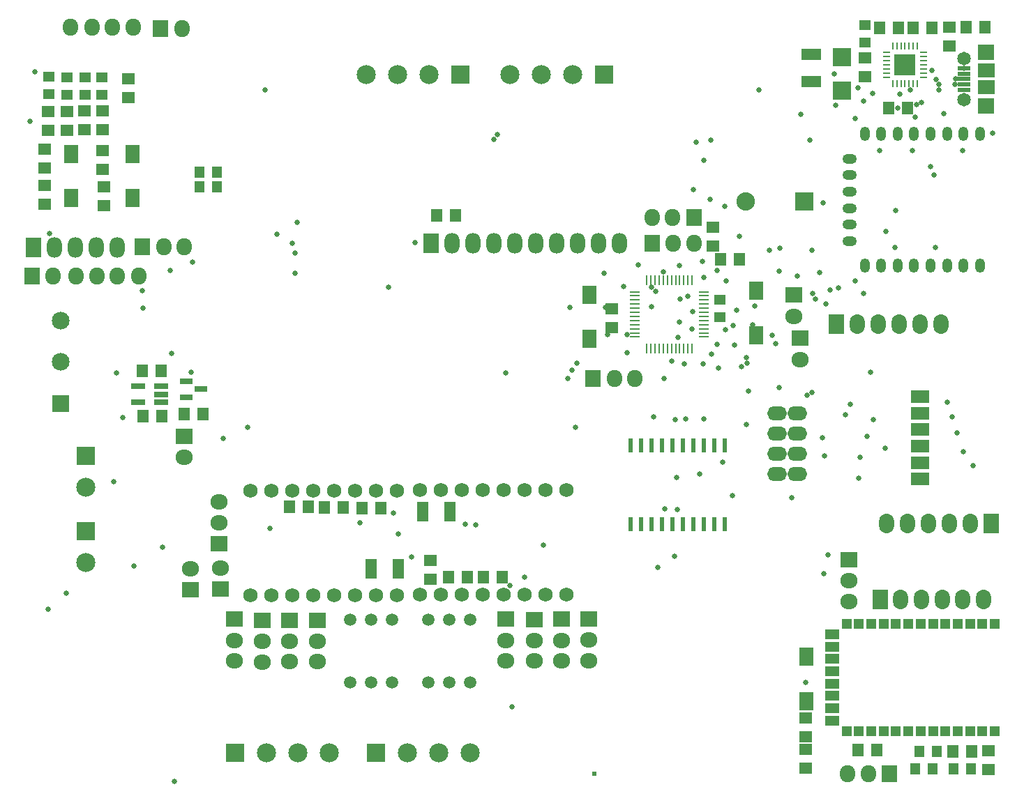
<source format=gts>
G04*
G04 #@! TF.GenerationSoftware,Altium Limited,Altium Designer,18.1.6 (161)*
G04*
G04 Layer_Color=8388736*
%FSTAX24Y24*%
%MOIN*%
G70*
G01*
G75*
%ADD28R,0.0080X0.0340*%
%ADD29R,0.0340X0.0080*%
%ADD38R,0.0210X0.0710*%
%ADD41R,0.0070X0.0460*%
%ADD42R,0.0460X0.0070*%
%ADD46R,0.0230X0.0230*%
%ADD47R,0.0830X0.0670*%
%ADD48R,0.0610X0.0240*%
%ADD49R,0.0630X0.0580*%
%ADD50R,0.0950X0.0580*%
%ADD51R,0.1000X0.1000*%
%ADD52R,0.0580X0.0630*%
%ADD53O,0.0480X0.0680*%
%ADD54O,0.0680X0.0480*%
%ADD55R,0.0552X0.0513*%
%ADD56R,0.0867X0.0867*%
%ADD57R,0.0867X0.0592*%
%ADD58R,0.0680X0.0290*%
%ADD59R,0.0600X0.0300*%
%ADD60R,0.0580X0.0950*%
%ADD61R,0.0671X0.0867*%
%ADD62R,0.0513X0.0552*%
%ADD63R,0.0474X0.0474*%
%ADD64R,0.0680X0.0474*%
%ADD65O,0.0750X0.0480*%
%ADD66C,0.0320*%
%ADD67C,0.0650*%
%ADD68O,0.0730X0.0830*%
%ADD69R,0.0730X0.0830*%
%ADD70O,0.0830X0.0730*%
%ADD71R,0.0830X0.0730*%
%ADD72R,0.0880X0.0880*%
%ADD73C,0.0880*%
%ADD74O,0.0940X0.0680*%
%ADD75C,0.0907*%
%ADD76R,0.0907X0.0907*%
%ADD77O,0.0730X0.0980*%
%ADD78R,0.0730X0.0980*%
%ADD79O,0.0730X0.0930*%
%ADD80R,0.0730X0.0930*%
%ADD81O,0.0730X0.0930*%
%ADD82R,0.0730X0.0930*%
%ADD83R,0.0907X0.0907*%
%ADD84C,0.0680*%
%ADD85C,0.0592*%
%ADD86C,0.0848*%
%ADD87R,0.0848X0.0848*%
%ADD88C,0.0257*%
G36*
X046645Y035027D02*
X045895D01*
Y034295D01*
X046645D01*
Y035027D01*
D02*
G37*
G36*
Y036863D02*
X045895D01*
Y037595D01*
X046645D01*
Y036863D01*
D02*
G37*
D28*
X042992Y035719D02*
D03*
X042795D02*
D03*
X042598D02*
D03*
X042402D02*
D03*
X042205D02*
D03*
X042008D02*
D03*
X041811D02*
D03*
Y037509D02*
D03*
X042008D02*
D03*
X042205D02*
D03*
X042402D02*
D03*
X042598D02*
D03*
X042795D02*
D03*
X042992D02*
D03*
D29*
X041507Y036024D02*
D03*
Y03622D02*
D03*
Y036417D02*
D03*
Y036614D02*
D03*
Y036811D02*
D03*
Y037008D02*
D03*
Y037205D02*
D03*
X043297D02*
D03*
Y037008D02*
D03*
Y036811D02*
D03*
Y036614D02*
D03*
Y036417D02*
D03*
Y03622D02*
D03*
Y036024D02*
D03*
D38*
X033785Y018415D02*
D03*
X033285D02*
D03*
X032785D02*
D03*
X032285D02*
D03*
X031785D02*
D03*
X031285D02*
D03*
X030785D02*
D03*
X030285D02*
D03*
X029785D02*
D03*
X029285D02*
D03*
Y014655D02*
D03*
X029785D02*
D03*
X030285D02*
D03*
X030785D02*
D03*
X031285D02*
D03*
X031785D02*
D03*
X032285D02*
D03*
X032785D02*
D03*
X033285D02*
D03*
X033785D02*
D03*
D41*
X032224Y023045D02*
D03*
X032028D02*
D03*
X031831D02*
D03*
X031634D02*
D03*
X031437D02*
D03*
X03124D02*
D03*
X031043D02*
D03*
X030846D02*
D03*
X03065D02*
D03*
X030453D02*
D03*
X030256D02*
D03*
X030059D02*
D03*
Y026325D02*
D03*
X030256D02*
D03*
X030453D02*
D03*
X03065D02*
D03*
X030846D02*
D03*
X031043D02*
D03*
X03124D02*
D03*
X031437D02*
D03*
X031634D02*
D03*
X031831D02*
D03*
X032028D02*
D03*
X032224D02*
D03*
D42*
X029502Y023602D02*
D03*
Y023799D02*
D03*
Y023996D02*
D03*
Y024193D02*
D03*
Y02439D02*
D03*
Y024587D02*
D03*
Y024783D02*
D03*
Y02498D02*
D03*
Y025177D02*
D03*
Y025374D02*
D03*
Y025571D02*
D03*
Y025768D02*
D03*
X032782D02*
D03*
Y025571D02*
D03*
Y025374D02*
D03*
Y025177D02*
D03*
Y02498D02*
D03*
Y024783D02*
D03*
Y024587D02*
D03*
Y02439D02*
D03*
Y024193D02*
D03*
Y023996D02*
D03*
Y023799D02*
D03*
Y023602D02*
D03*
D46*
X027559Y002717D02*
D03*
D47*
X04627Y036339D02*
D03*
Y035551D02*
D03*
D48*
X045217Y036457D02*
D03*
Y036201D02*
D03*
Y035945D02*
D03*
Y035689D02*
D03*
Y035433D02*
D03*
D49*
X001457Y03347D02*
D03*
Y03437D02*
D03*
X002362Y03347D02*
D03*
Y03437D02*
D03*
X003189Y033509D02*
D03*
Y034409D02*
D03*
X004055Y033504D02*
D03*
Y034404D02*
D03*
X044508Y037535D02*
D03*
Y038435D02*
D03*
X040472Y036063D02*
D03*
Y036963D02*
D03*
X033228Y027958D02*
D03*
Y028858D02*
D03*
X019724Y012008D02*
D03*
Y012908D02*
D03*
X028386Y024955D02*
D03*
Y024055D02*
D03*
X005276Y035939D02*
D03*
Y035039D02*
D03*
X004055Y03162D02*
D03*
Y03252D02*
D03*
X001299Y031698D02*
D03*
Y032598D02*
D03*
X004134Y029887D02*
D03*
Y030787D02*
D03*
X001299Y030866D02*
D03*
Y029966D02*
D03*
X046378Y003813D02*
D03*
Y002913D02*
D03*
X037667Y005374D02*
D03*
Y004474D02*
D03*
X037657Y003888D02*
D03*
Y002988D02*
D03*
D50*
X037913Y037126D02*
D03*
Y035826D02*
D03*
D51*
X042402Y036614D02*
D03*
D52*
X04252Y034567D02*
D03*
X04162D02*
D03*
X042795Y038386D02*
D03*
X043695D02*
D03*
X046205Y038425D02*
D03*
X045305D02*
D03*
X042087Y038386D02*
D03*
X041187D02*
D03*
X020906Y029409D02*
D03*
X020006D02*
D03*
X007958Y019921D02*
D03*
X008859D02*
D03*
X005984Y019803D02*
D03*
X006884D02*
D03*
X00685Y021969D02*
D03*
X00595D02*
D03*
X013892Y015472D02*
D03*
X012992D02*
D03*
X015551Y015462D02*
D03*
X014651D02*
D03*
X017362Y015433D02*
D03*
X016462D02*
D03*
X02225Y012126D02*
D03*
X02315D02*
D03*
X020596D02*
D03*
X021496D02*
D03*
X034498Y027333D02*
D03*
X033598D02*
D03*
X045585Y00378D02*
D03*
X044685D02*
D03*
X041063Y003858D02*
D03*
X040163D02*
D03*
D53*
X045984Y027008D02*
D03*
X045197D02*
D03*
X044409D02*
D03*
X043622D02*
D03*
X042835D02*
D03*
X042047D02*
D03*
X04126D02*
D03*
X040472D02*
D03*
Y033307D02*
D03*
X04126D02*
D03*
X042047D02*
D03*
X042835D02*
D03*
X043622D02*
D03*
X044409D02*
D03*
X045197D02*
D03*
X045984D02*
D03*
D54*
X039748Y028189D02*
D03*
Y028976D02*
D03*
Y029764D02*
D03*
Y030551D02*
D03*
Y031339D02*
D03*
Y032126D02*
D03*
D55*
X040472Y037697D02*
D03*
Y038524D02*
D03*
X033556Y025394D02*
D03*
Y024567D02*
D03*
X001496Y035217D02*
D03*
Y036043D02*
D03*
X002362Y035197D02*
D03*
Y036024D02*
D03*
X003228Y035197D02*
D03*
Y036024D02*
D03*
X004016Y035177D02*
D03*
Y036004D02*
D03*
D56*
X03937Y035394D02*
D03*
Y036969D02*
D03*
D57*
X04311Y016811D02*
D03*
Y020748D02*
D03*
Y019961D02*
D03*
Y019173D02*
D03*
Y017598D02*
D03*
Y018386D02*
D03*
D58*
X005752Y02124D02*
D03*
Y020492D02*
D03*
X006847Y02124D02*
D03*
Y020866D02*
D03*
Y020492D02*
D03*
D59*
X008053Y021477D02*
D03*
Y020727D02*
D03*
X008759Y021102D02*
D03*
D60*
X01817Y01252D02*
D03*
X01687D02*
D03*
X01935Y015236D02*
D03*
X02065D02*
D03*
D61*
X027323Y02563D02*
D03*
Y023504D02*
D03*
X035285Y025827D02*
D03*
Y023701D02*
D03*
X005472Y030236D02*
D03*
Y032362D02*
D03*
X002559Y030236D02*
D03*
Y032362D02*
D03*
X037677Y008307D02*
D03*
Y006181D02*
D03*
D62*
X008691Y031486D02*
D03*
X009518D02*
D03*
X008691Y030778D02*
D03*
X009518D02*
D03*
X043917Y00378D02*
D03*
X043091D02*
D03*
X045551Y002953D02*
D03*
X044724D02*
D03*
X042894D02*
D03*
X04372D02*
D03*
D63*
X046693Y004764D02*
D03*
X046102D02*
D03*
X045512D02*
D03*
X044921D02*
D03*
X044331D02*
D03*
X04374D02*
D03*
X04315D02*
D03*
X042559D02*
D03*
X041968D02*
D03*
X041378D02*
D03*
X040787D02*
D03*
X040197D02*
D03*
X039606D02*
D03*
Y009882D02*
D03*
X040197D02*
D03*
X040787D02*
D03*
X041378D02*
D03*
X041968D02*
D03*
X042559D02*
D03*
X04315D02*
D03*
X04374D02*
D03*
X044331D02*
D03*
X044921D02*
D03*
X045512D02*
D03*
X046102D02*
D03*
X046693D02*
D03*
D64*
X038917Y005256D02*
D03*
Y005846D02*
D03*
Y006437D02*
D03*
Y007028D02*
D03*
Y007618D02*
D03*
Y008209D02*
D03*
Y008799D02*
D03*
Y00939D02*
D03*
D65*
X04627Y037323D02*
D03*
Y034567D02*
D03*
D66*
X046405Y037323D02*
D03*
X046135D02*
D03*
X046405Y034567D02*
D03*
X046135D02*
D03*
D67*
X045207Y036929D02*
D03*
Y034961D02*
D03*
D68*
X032309Y028071D02*
D03*
X031329D02*
D03*
X031299Y029331D02*
D03*
X030319D02*
D03*
X028508Y021614D02*
D03*
X029488D02*
D03*
X001693Y026535D02*
D03*
X00553Y038406D02*
D03*
X00452D02*
D03*
X00354D02*
D03*
X00253D02*
D03*
X006978Y027913D02*
D03*
X007958D02*
D03*
X007844Y038366D02*
D03*
X002774Y026535D02*
D03*
X003784D02*
D03*
X004764D02*
D03*
X005774D02*
D03*
X040644Y002717D02*
D03*
X039664D02*
D03*
D69*
X030319Y028071D02*
D03*
X032309Y029331D02*
D03*
X027498Y021614D02*
D03*
X000683Y026535D02*
D03*
X005968Y027913D02*
D03*
X006834Y038366D02*
D03*
X041654Y002717D02*
D03*
D70*
X007958Y017848D02*
D03*
X037392Y022533D02*
D03*
X037077Y0246D02*
D03*
X008268Y01252D02*
D03*
X009685Y012559D02*
D03*
X009606Y014734D02*
D03*
Y015714D02*
D03*
X012992Y009051D02*
D03*
Y008071D02*
D03*
X014331Y009051D02*
D03*
Y008071D02*
D03*
X010354Y009094D02*
D03*
Y008114D02*
D03*
X011693Y009045D02*
D03*
Y008065D02*
D03*
X024685Y009084D02*
D03*
Y008104D02*
D03*
X023307Y009094D02*
D03*
Y008114D02*
D03*
X027283Y009108D02*
D03*
Y008128D02*
D03*
X025984Y009094D02*
D03*
Y008114D02*
D03*
X039724Y011943D02*
D03*
Y010963D02*
D03*
D71*
X007958Y018858D02*
D03*
X037392Y023543D02*
D03*
X037077Y02561D02*
D03*
X008268Y01151D02*
D03*
X009685Y011549D02*
D03*
X009606Y013724D02*
D03*
X012992Y010061D02*
D03*
X014331D02*
D03*
X010354Y010104D02*
D03*
X011693Y010055D02*
D03*
X024685Y010094D02*
D03*
X023307Y010104D02*
D03*
X027283Y010118D02*
D03*
X025984Y010104D02*
D03*
X039724Y012953D02*
D03*
D72*
X037581Y030089D02*
D03*
D73*
X034793D02*
D03*
D74*
X036276Y019961D02*
D03*
X037244D02*
D03*
X036276Y018992D02*
D03*
X037244D02*
D03*
X036276Y018024D02*
D03*
X037244D02*
D03*
X036276Y017055D02*
D03*
X037244D02*
D03*
D75*
X023514Y036165D02*
D03*
X025014D02*
D03*
X026514D02*
D03*
X016648D02*
D03*
X018148D02*
D03*
X019648D02*
D03*
X003258Y012833D02*
D03*
X003255Y016415D02*
D03*
X02162Y00373D02*
D03*
X02012D02*
D03*
X01862D02*
D03*
X014878D02*
D03*
X013378D02*
D03*
X011878D02*
D03*
D76*
X028014Y036165D02*
D03*
X021148D02*
D03*
X01712Y00373D02*
D03*
X010378D02*
D03*
D77*
X028764Y028071D02*
D03*
X027764D02*
D03*
X025764D02*
D03*
X023764D02*
D03*
X020764D02*
D03*
X021764D02*
D03*
X022764D02*
D03*
X024764D02*
D03*
X026764D02*
D03*
X004756Y027874D02*
D03*
X001756D02*
D03*
X002756D02*
D03*
X003756D02*
D03*
D78*
X019764Y028071D02*
D03*
X000756Y027874D02*
D03*
D79*
X042512Y014685D02*
D03*
X045512D02*
D03*
X044512D02*
D03*
X043512D02*
D03*
X041512D02*
D03*
D80*
X046512D02*
D03*
D81*
X04411Y024232D02*
D03*
X04311D02*
D03*
X04211D02*
D03*
X04111D02*
D03*
X04011D02*
D03*
X046154Y011063D02*
D03*
X045165D02*
D03*
X044177D02*
D03*
X043189D02*
D03*
X042201D02*
D03*
D82*
X03911Y024232D02*
D03*
X041213Y011063D02*
D03*
D83*
X003258Y014333D02*
D03*
X003255Y017915D02*
D03*
D84*
X011118Y01626D02*
D03*
Y01126D02*
D03*
X012118D02*
D03*
X013118D02*
D03*
X014118D02*
D03*
X015118D02*
D03*
X016118D02*
D03*
X017118D02*
D03*
X018118D02*
D03*
Y01626D02*
D03*
X017118D02*
D03*
X016118D02*
D03*
X015118D02*
D03*
X014118D02*
D03*
X013118D02*
D03*
X012118D02*
D03*
X026228Y011299D02*
D03*
Y016299D02*
D03*
X025228D02*
D03*
X024228D02*
D03*
X023228D02*
D03*
X022228D02*
D03*
X021228D02*
D03*
X020228D02*
D03*
X019228D02*
D03*
Y011299D02*
D03*
X020228D02*
D03*
X021228D02*
D03*
X022228D02*
D03*
X023228D02*
D03*
X024228D02*
D03*
X025228D02*
D03*
D85*
X01589Y010083D02*
D03*
X01689D02*
D03*
X01789D02*
D03*
Y007083D02*
D03*
X01689D02*
D03*
X01589D02*
D03*
X01963Y010083D02*
D03*
X02063D02*
D03*
X02163D02*
D03*
Y007083D02*
D03*
X02063D02*
D03*
X01963D02*
D03*
D86*
X002062Y022402D02*
D03*
Y02437D02*
D03*
D87*
Y020433D02*
D03*
D88*
X034834Y022619D02*
D03*
X034843Y022352D02*
D03*
X034578Y022176D02*
D03*
X036222Y023269D02*
D03*
X002323Y011339D02*
D03*
X039553Y019872D02*
D03*
X038459Y018785D02*
D03*
X018986Y02811D02*
D03*
X032244Y024813D02*
D03*
X034803Y019409D02*
D03*
X039783Y020374D02*
D03*
X032583Y017057D02*
D03*
X032293Y03064D02*
D03*
X030846Y026707D02*
D03*
X004724Y02189D02*
D03*
X00748Y002362D02*
D03*
X007274Y026801D02*
D03*
X013258Y026654D02*
D03*
X012381Y028521D02*
D03*
X013118Y028071D02*
D03*
X013246Y027611D02*
D03*
X017717Y025984D02*
D03*
X023622Y005906D02*
D03*
X035433Y035433D02*
D03*
X011811D02*
D03*
X000827Y03627D02*
D03*
X000571Y033907D02*
D03*
X033421Y023238D02*
D03*
X033809Y023967D02*
D03*
X005984Y02498D02*
D03*
X042158Y035218D02*
D03*
X042938Y034714D02*
D03*
X043181Y034834D02*
D03*
X005959Y02581D02*
D03*
X005551Y012638D02*
D03*
X004596Y016693D02*
D03*
X00501Y019745D02*
D03*
X008297Y021929D02*
D03*
X027303Y023514D02*
D03*
X029124Y02373D02*
D03*
X030276Y025994D02*
D03*
X044252Y034291D02*
D03*
X042894Y034104D02*
D03*
X042057Y034557D02*
D03*
X045209Y036458D02*
D03*
X043681Y036358D02*
D03*
X043691Y038386D02*
D03*
X042087D02*
D03*
X031654Y025404D02*
D03*
X032028Y025561D02*
D03*
X036429Y027856D02*
D03*
X035925Y027736D02*
D03*
X034183Y024154D02*
D03*
X035108Y024183D02*
D03*
X03185Y022333D02*
D03*
X026722Y022362D02*
D03*
X03314Y022795D02*
D03*
X04312Y020709D02*
D03*
X036378Y021181D02*
D03*
X040876Y019646D02*
D03*
X001516Y028563D02*
D03*
X008711Y030778D02*
D03*
X008695Y031476D02*
D03*
X012037Y014439D02*
D03*
X017953Y015187D02*
D03*
X01817Y014193D02*
D03*
X031624Y024331D02*
D03*
X032215Y023996D02*
D03*
X031557Y023583D02*
D03*
X02819Y023712D02*
D03*
X029656Y027049D02*
D03*
X030284Y025049D02*
D03*
X030896Y021614D02*
D03*
X023327Y02188D02*
D03*
X026496Y022028D02*
D03*
X022756Y033041D02*
D03*
X013337Y029075D02*
D03*
X026378Y025034D02*
D03*
X03047Y025783D02*
D03*
X027362Y025817D02*
D03*
X038524Y012293D02*
D03*
X03873Y013199D02*
D03*
X036998Y015915D02*
D03*
X038543Y017913D02*
D03*
X034911Y021024D02*
D03*
X033496Y022127D02*
D03*
X036038Y023691D02*
D03*
X037709Y020818D02*
D03*
X040787Y004764D02*
D03*
X041063Y003868D02*
D03*
X009833Y01875D02*
D03*
X046585Y033366D02*
D03*
X04002Y034065D02*
D03*
X037431Y034262D02*
D03*
X040138Y035522D02*
D03*
X041949Y029656D02*
D03*
X041476Y028661D02*
D03*
X043839Y027894D02*
D03*
X041919Y027874D02*
D03*
X039075Y034695D02*
D03*
X044815Y035947D02*
D03*
X044035Y035699D02*
D03*
X044783Y035689D02*
D03*
X04389Y035927D02*
D03*
X045148Y03253D02*
D03*
X044026Y035413D02*
D03*
X042756Y03252D02*
D03*
X041201Y03251D02*
D03*
X04378Y031368D02*
D03*
X043612Y031752D02*
D03*
X040848Y035257D02*
D03*
X04264Y035415D02*
D03*
X040768Y021929D02*
D03*
X040423Y034872D02*
D03*
X037904Y035807D02*
D03*
X039035Y036191D02*
D03*
X008366Y027188D02*
D03*
X022933Y033278D02*
D03*
X033228Y028858D02*
D03*
X030401Y019774D02*
D03*
X026644Y019282D02*
D03*
X040423Y025683D02*
D03*
X041437Y018297D02*
D03*
X038809Y025837D02*
D03*
X038307Y026683D02*
D03*
X038622Y025197D02*
D03*
X03378Y029843D02*
D03*
X03811Y025433D02*
D03*
X040591Y018858D02*
D03*
X040242Y017858D02*
D03*
X040177Y016841D02*
D03*
X044429Y020482D02*
D03*
X044656Y019774D02*
D03*
X044882Y019006D02*
D03*
X045669Y017441D02*
D03*
X045197Y01812D02*
D03*
X031476Y0169D02*
D03*
X030581Y012579D02*
D03*
X030932Y015384D02*
D03*
X031388Y01313D02*
D03*
X031506Y015354D02*
D03*
X021398Y014646D02*
D03*
X025108Y013661D02*
D03*
X0219Y014606D02*
D03*
X023525Y011733D02*
D03*
X024209Y012126D02*
D03*
X031407Y019656D02*
D03*
X031909Y019695D02*
D03*
X032782Y019685D02*
D03*
X010974Y019291D02*
D03*
X001457Y010591D02*
D03*
X036378Y026752D02*
D03*
X032717Y027205D02*
D03*
X034259Y023213D02*
D03*
X03275Y022333D02*
D03*
X033418Y026801D02*
D03*
X033504Y025285D02*
D03*
X033671Y017608D02*
D03*
X034136Y016004D02*
D03*
X037943Y020955D02*
D03*
X037972Y025683D02*
D03*
X039213Y025965D02*
D03*
X04001Y02627D02*
D03*
X037264Y026535D02*
D03*
X034352Y024883D02*
D03*
X033865Y026273D02*
D03*
X032782Y026457D02*
D03*
X035226Y025089D02*
D03*
X034488Y028435D02*
D03*
X032411Y032904D02*
D03*
X03312Y033031D02*
D03*
X032785Y032047D02*
D03*
X0331Y030177D02*
D03*
X031604Y027018D02*
D03*
X037963Y027766D02*
D03*
X038484Y03002D02*
D03*
X037854Y033031D02*
D03*
X028937Y026024D02*
D03*
X028092Y025011D02*
D03*
X03125Y022441D02*
D03*
X037638Y007083D02*
D03*
X026299Y021614D02*
D03*
X006929Y013543D02*
D03*
X005276Y035939D02*
D03*
X002362Y035945D02*
D03*
X001496Y036043D02*
D03*
X003228Y036024D02*
D03*
X004016Y036043D02*
D03*
X028031Y026654D02*
D03*
X040787Y009882D02*
D03*
X045984Y027008D02*
D03*
X029134Y022868D02*
D03*
X007362Y022835D02*
D03*
X016339Y014734D02*
D03*
X018819Y013071D02*
D03*
M02*

</source>
